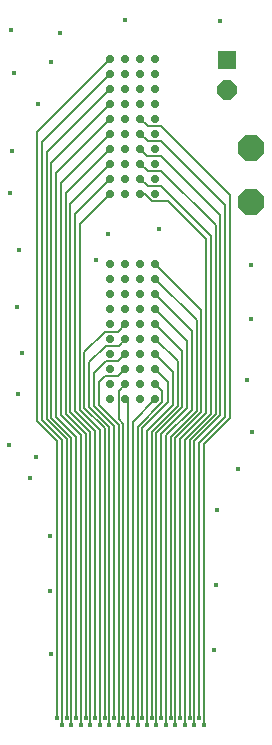
<source format=gbl>
G75*
%MOIN*%
%OFA0B0*%
%FSLAX25Y25*%
%IPPOS*%
%LPD*%
%AMOC8*
5,1,8,0,0,1.08239X$1,22.5*
%
%ADD10OC8,0.02800*%
%ADD11OC8,0.06496*%
%ADD12R,0.06496X0.06496*%
%ADD13OC8,0.08858*%
%ADD14C,0.01587*%
%ADD15C,0.00500*%
D10*
X0131795Y0159459D03*
X0131795Y0164459D03*
X0131795Y0169459D03*
X0131795Y0174459D03*
X0131795Y0179459D03*
X0131795Y0184459D03*
X0131795Y0189459D03*
X0131795Y0194459D03*
X0131795Y0199459D03*
X0131795Y0204459D03*
X0136795Y0204459D03*
X0141795Y0204459D03*
X0141795Y0199459D03*
X0136795Y0199459D03*
X0136795Y0194459D03*
X0141795Y0194459D03*
X0141795Y0189459D03*
X0136795Y0189459D03*
X0136795Y0184459D03*
X0141795Y0184459D03*
X0141795Y0179459D03*
X0136795Y0179459D03*
X0136795Y0174459D03*
X0141795Y0174459D03*
X0141795Y0169459D03*
X0136795Y0169459D03*
X0136795Y0164459D03*
X0141795Y0164459D03*
X0141795Y0159459D03*
X0136795Y0159459D03*
X0146795Y0159459D03*
X0146795Y0164459D03*
X0146795Y0169459D03*
X0146795Y0174459D03*
X0146795Y0179459D03*
X0146795Y0184459D03*
X0146795Y0189459D03*
X0146795Y0194459D03*
X0146795Y0199459D03*
X0146795Y0204459D03*
X0146795Y0227975D03*
X0146795Y0232975D03*
X0141795Y0232975D03*
X0136795Y0232975D03*
X0136795Y0227975D03*
X0141795Y0227975D03*
X0131795Y0227975D03*
X0131795Y0232975D03*
X0131795Y0237975D03*
X0131795Y0242975D03*
X0131795Y0247975D03*
X0131795Y0252975D03*
X0131795Y0257975D03*
X0131795Y0262975D03*
X0131795Y0267975D03*
X0131795Y0272975D03*
X0136795Y0272975D03*
X0136795Y0267975D03*
X0141795Y0267975D03*
X0141795Y0272975D03*
X0146795Y0272975D03*
X0146795Y0267975D03*
X0146795Y0262975D03*
X0146795Y0257975D03*
X0141795Y0257975D03*
X0136795Y0257975D03*
X0136795Y0262975D03*
X0141795Y0262975D03*
X0141795Y0252975D03*
X0136795Y0252975D03*
X0136795Y0247975D03*
X0141795Y0247975D03*
X0141795Y0242975D03*
X0136795Y0242975D03*
X0136795Y0237975D03*
X0141795Y0237975D03*
X0146795Y0237975D03*
X0146795Y0242975D03*
X0146795Y0247975D03*
X0146795Y0252975D03*
D11*
X0170791Y0262510D03*
D12*
X0170791Y0272510D03*
D13*
X0178665Y0242982D03*
X0178665Y0225266D03*
D14*
X0114098Y0053218D03*
X0115673Y0050856D03*
X0117248Y0053218D03*
X0118823Y0050856D03*
X0120398Y0053218D03*
X0121972Y0050856D03*
X0123547Y0053218D03*
X0125122Y0050856D03*
X0126697Y0053218D03*
X0128272Y0050856D03*
X0129846Y0053218D03*
X0131421Y0050856D03*
X0132996Y0053218D03*
X0134571Y0050856D03*
X0136146Y0053218D03*
X0137720Y0050856D03*
X0139295Y0053218D03*
X0140870Y0050856D03*
X0142445Y0053218D03*
X0144020Y0050856D03*
X0145563Y0053218D03*
X0147169Y0050856D03*
X0148744Y0053218D03*
X0150319Y0050856D03*
X0151894Y0053218D03*
X0153468Y0050856D03*
X0155043Y0053218D03*
X0156618Y0050856D03*
X0158193Y0053218D03*
X0159768Y0050856D03*
X0161343Y0053218D03*
X0162917Y0050856D03*
X0166461Y0075659D03*
X0166854Y0097313D03*
X0167248Y0122510D03*
X0174335Y0136289D03*
X0179059Y0148494D03*
X0177484Y0165817D03*
X0178665Y0186289D03*
X0178665Y0204006D03*
X0147957Y0216211D03*
X0131028Y0214636D03*
X0127091Y0205974D03*
X0101500Y0209124D03*
X0100713Y0190226D03*
X0102287Y0174872D03*
X0101106Y0161092D03*
X0097957Y0144163D03*
X0107012Y0140226D03*
X0105043Y0133140D03*
X0111736Y0113848D03*
X0111736Y0095344D03*
X0112130Y0074478D03*
X0098350Y0228022D03*
X0099138Y0242195D03*
X0107799Y0257943D03*
X0099531Y0268179D03*
X0098744Y0282352D03*
X0112130Y0271722D03*
X0114886Y0281565D03*
X0136539Y0285896D03*
X0168429Y0285502D03*
D15*
X0148744Y0250463D02*
X0144308Y0250463D01*
X0141795Y0252975D01*
X0141795Y0247975D02*
X0144426Y0245344D01*
X0148744Y0245344D01*
X0170004Y0224085D01*
X0170004Y0153612D01*
X0161343Y0144951D01*
X0161343Y0053218D01*
X0162917Y0050856D02*
X0162917Y0144557D01*
X0171579Y0153218D01*
X0171579Y0227628D01*
X0148744Y0250463D01*
X0141795Y0242975D02*
X0144150Y0240620D01*
X0148744Y0240620D01*
X0168429Y0220935D01*
X0168429Y0154006D01*
X0159768Y0145344D01*
X0159768Y0050856D01*
X0158193Y0053218D02*
X0158193Y0145738D01*
X0166854Y0154400D01*
X0166854Y0217392D01*
X0148744Y0235502D01*
X0144268Y0235502D01*
X0141795Y0237975D01*
X0141795Y0232975D02*
X0141822Y0232975D01*
X0144413Y0230384D01*
X0148744Y0230384D01*
X0165280Y0213848D01*
X0165280Y0154400D01*
X0156618Y0145738D01*
X0156618Y0050856D01*
X0155043Y0053218D02*
X0155043Y0146132D01*
X0163705Y0154793D01*
X0163705Y0212667D01*
X0150847Y0225525D01*
X0145780Y0225525D01*
X0143330Y0227975D01*
X0141795Y0227975D01*
X0131795Y0227975D02*
X0121579Y0217758D01*
X0121579Y0155974D01*
X0128272Y0149281D01*
X0128272Y0050856D01*
X0129846Y0053218D02*
X0129846Y0149675D01*
X0123154Y0156368D01*
X0123154Y0175266D01*
X0129846Y0181959D01*
X0134295Y0181959D01*
X0136795Y0184459D01*
X0136795Y0179459D02*
X0134571Y0177234D01*
X0130240Y0177234D01*
X0124728Y0171722D01*
X0124728Y0156762D01*
X0131421Y0150069D01*
X0131421Y0050856D01*
X0132996Y0053218D02*
X0132996Y0150463D01*
X0126303Y0157155D01*
X0126303Y0168179D01*
X0130240Y0172116D01*
X0134453Y0172116D01*
X0136795Y0174459D01*
X0136795Y0169459D02*
X0134335Y0166998D01*
X0129846Y0166998D01*
X0127878Y0165029D01*
X0127878Y0157549D01*
X0134571Y0150856D01*
X0134571Y0050856D01*
X0136146Y0053218D02*
X0136146Y0151250D01*
X0134571Y0152825D01*
X0134571Y0162234D01*
X0136795Y0164459D01*
X0136795Y0159459D02*
X0137720Y0158533D01*
X0137720Y0050856D01*
X0139295Y0053218D02*
X0139295Y0151959D01*
X0146795Y0159459D01*
X0149138Y0158337D02*
X0149138Y0162116D01*
X0146795Y0164459D01*
X0151106Y0165148D02*
X0146795Y0169459D01*
X0146795Y0174459D02*
X0152681Y0168573D01*
X0152681Y0157549D01*
X0144020Y0148888D01*
X0144020Y0050856D01*
X0145563Y0053218D02*
X0145563Y0061455D01*
X0145594Y0061486D01*
X0145594Y0148494D01*
X0154256Y0157155D01*
X0154256Y0171998D01*
X0146795Y0179459D01*
X0146795Y0184459D02*
X0155831Y0175423D01*
X0155831Y0156762D01*
X0147169Y0148100D01*
X0147169Y0050856D01*
X0148744Y0053218D02*
X0148744Y0147707D01*
X0157405Y0156368D01*
X0157405Y0178848D01*
X0146795Y0189459D01*
X0146795Y0194459D02*
X0158980Y0182273D01*
X0158980Y0155974D01*
X0150319Y0147313D01*
X0150319Y0050856D01*
X0151894Y0053218D02*
X0151894Y0146919D01*
X0160555Y0155581D01*
X0160555Y0185699D01*
X0146795Y0199459D01*
X0146795Y0204459D02*
X0162130Y0189124D01*
X0162130Y0155187D01*
X0153468Y0146526D01*
X0153468Y0050856D01*
X0142445Y0053218D02*
X0142445Y0149675D01*
X0151106Y0158337D01*
X0151106Y0165148D01*
X0149138Y0158337D02*
X0140870Y0150069D01*
X0140870Y0050856D01*
X0126697Y0053218D02*
X0126697Y0061880D01*
X0126697Y0061486D01*
X0126697Y0061880D02*
X0126697Y0148888D01*
X0120004Y0155581D01*
X0120004Y0221184D01*
X0131795Y0232975D01*
X0131795Y0237975D02*
X0118429Y0224609D01*
X0118429Y0155187D01*
X0125122Y0148494D01*
X0125122Y0050856D01*
X0123547Y0053218D02*
X0123547Y0147707D01*
X0116854Y0154400D01*
X0116854Y0228034D01*
X0131795Y0242975D01*
X0131795Y0247975D02*
X0115280Y0231459D01*
X0115280Y0154006D01*
X0121972Y0147313D01*
X0121972Y0050856D01*
X0120398Y0053218D02*
X0120398Y0146919D01*
X0113705Y0153612D01*
X0113705Y0234884D01*
X0131795Y0252975D01*
X0131795Y0257975D02*
X0112130Y0238310D01*
X0112130Y0153218D01*
X0118823Y0146526D01*
X0118823Y0050856D01*
X0117248Y0053218D02*
X0117248Y0146132D01*
X0110555Y0152825D01*
X0110555Y0241735D01*
X0131795Y0262975D01*
X0131795Y0267975D02*
X0108980Y0245160D01*
X0108980Y0152431D01*
X0115673Y0145738D01*
X0115673Y0050856D01*
X0114098Y0053218D02*
X0114098Y0145344D01*
X0107405Y0152037D01*
X0107405Y0248585D01*
X0131795Y0272975D01*
M02*

</source>
